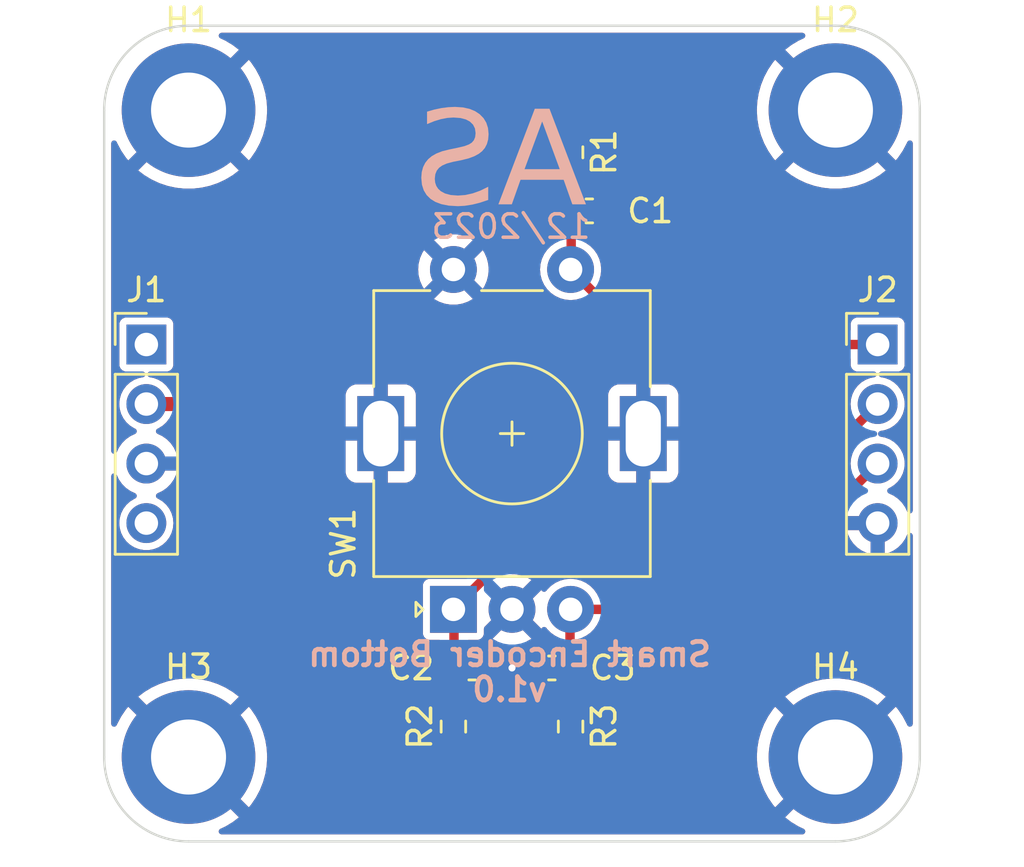
<source format=kicad_pcb>
(kicad_pcb (version 20221018) (generator pcbnew)
  (layers (0 "F.Cu" signal) (31 "B.Cu" signal) (34 "B.Paste" user) (35 "F.Paste" user) (36 "B.SilkS" user "B.Silkscreen") (37 "F.SilkS" user "F.Silkscreen") (38 "B.Mask" user) (39 "F.Mask" user) (44 "Edge.Cuts" user))
  (net 0 "")
  (net 1 "GND")
  (net 2 "ENCODER_BTN")
  (net 3 "ENCODER_A")
  (net 4 "ENCODER_B")
  (net 5 "+5V")
  (net 6 "+3V3")
  (net 7 "IO3")
  (footprint "MountingHole:MountingHole_3.2mm_M3_ISO7380_Pad" (layer "F.Cu") (at 161.7 100)
    (fp_text reference "H3" (at 0 -3.85) (layer "F.SilkS"))
    (fp_text value "MountingHole_Pad")
    (pad "1" thru_hole circle (at 0 0) (size 5.7 5.7) (drill 3.2) (layers "*.Cu" "*.Mask") (net 1 "GND"))
  )
  (footprint "Capacitor_SMD:C_0603_1608Metric" (layer "F.Cu") (at 177.2 96.2)
    (fp_text reference "C3" (at 2.6 0) (layer "F.SilkS"))
    (fp_text value "100nF/10V/X7R")
    (fp_line (start -0.14058 -0.51) (end 0.14058 -0.51) (stroke (width 0.12)) (layer "F.SilkS"))
    (fp_line (start -0.14058 0.51) (end 0.14058 0.51) (stroke (width 0.12)) (layer "F.SilkS"))
    (pad "1" smd roundrect (at -0.775 0) (size 0.9 0.95) (layers "F.Cu" "F.Paste" "F.Mask") (net 1 "GND"))
    (pad "2" smd roundrect (at 0.775 0) (size 0.9 0.95) (layers "F.Cu" "F.Paste" "F.Mask") (net 4 "ENCODER_B"))
  )
  (footprint "MountingHole:MountingHole_3.2mm_M3_ISO7380_Pad" (layer "F.Cu") (at 189.3 72.4)
    (fp_text reference "H2" (at 0 -3.85) (layer "F.SilkS"))
    (fp_text value "MountingHole_Pad")
    (pad "1" thru_hole circle (at 0 0) (size 5.7 5.7) (drill 3.2) (layers "*.Cu" "*.Mask") (net 1 "GND"))
  )
  (footprint "Connector_PinHeader_2.54mm:PinHeader_1x04_P2.54mm_Vertical" (layer "F.Cu") (at 159.9 82.4)
    (fp_text reference "J1" (at 0 -2.33) (layer "F.SilkS"))
    (fp_text value "Conn_01x04_Pin")
    (fp_line (start -1.33 -1.33) (end 0 -1.33) (stroke (width 0.12)) (layer "F.SilkS"))
    (fp_line (start -1.33 0) (end -1.33 -1.33) (stroke (width 0.12)) (layer "F.SilkS"))
    (fp_line (start -1.33 1.27) (end -1.33 8.95) (stroke (width 0.12)) (layer "F.SilkS"))
    (fp_line (start -1.33 1.27) (end 1.33 1.27) (stroke (width 0.12)) (layer "F.SilkS"))
    (fp_line (start -1.33 8.95) (end 1.33 8.95) (stroke (width 0.12)) (layer "F.SilkS"))
    (fp_line (start 1.33 1.27) (end 1.33 8.95) (stroke (width 0.12)) (layer "F.SilkS"))
    (pad "1" thru_hole rect (at 0 0) (size 1.7 1.7) (drill 1) (layers "*.Cu" "*.Mask") (net 5 "+5V"))
    (pad "2" thru_hole oval (at 0 2.54) (size 1.7 1.7) (drill 1) (layers "*.Cu" "*.Mask") (net 6 "+3V3"))
    (pad "3" thru_hole oval (at 0 5.08) (size 1.7 1.7) (drill 1) (layers "*.Cu" "*.Mask") (net 1 "GND"))
    (pad "4" thru_hole oval (at 0 7.62) (size 1.7 1.7) (drill 1) (layers "*.Cu" "*.Mask") (net 7 "IO3"))
  )
  (footprint "Capacitor_SMD:C_0603_1608Metric" (layer "F.Cu") (at 178.8 76.7 180)
    (fp_text reference "C1" (at -2.6 0) (layer "F.SilkS"))
    (fp_text value "100nF/10V/X7R")
    (fp_line (start -0.14058 -0.51) (end 0.14058 -0.51) (stroke (width 0.12)) (layer "F.SilkS"))
    (fp_line (start -0.14058 0.51) (end 0.14058 0.51) (stroke (width 0.12)) (layer "F.SilkS"))
    (pad "1" smd roundrect (at -0.775 0 180) (size 0.9 0.95) (layers "F.Cu" "F.Paste" "F.Mask") (net 1 "GND"))
    (pad "2" smd roundrect (at 0.775 0 180) (size 0.9 0.95) (layers "F.Cu" "F.Paste" "F.Mask") (net 2 "ENCODER_BTN"))
  )
  (footprint "Resistor_SMD:R_0603_1608Metric" (layer "F.Cu") (at 178 74.2 -90)
    (fp_text reference "R1" (at 0 -1.43 90) (layer "F.SilkS"))
    (fp_text value "10k")
    (fp_line (start -0.237258 -0.5225) (end 0.237258 -0.5225) (stroke (width 0.12)) (layer "F.SilkS"))
    (fp_line (start -0.237258 0.5225) (end 0.237258 0.5225) (stroke (width 0.12)) (layer "F.SilkS"))
    (pad "1" smd roundrect (at -0.825 0 270) (size 0.8 0.95) (layers "F.Cu" "F.Paste" "F.Mask") (net 6 "+3V3"))
    (pad "2" smd roundrect (at 0.825 0 270) (size 0.8 0.95) (layers "F.Cu" "F.Paste" "F.Mask") (net 2 "ENCODER_BTN"))
  )
  (footprint "Resistor_SMD:R_0603_1608Metric" (layer "F.Cu") (at 178 98.7 -90)
    (fp_text reference "R3" (at 0 -1.43 90) (layer "F.SilkS"))
    (fp_text value "10k")
    (fp_line (start -0.237258 -0.5225) (end 0.237258 -0.5225) (stroke (width 0.12)) (layer "F.SilkS"))
    (fp_line (start -0.237258 0.5225) (end 0.237258 0.5225) (stroke (width 0.12)) (layer "F.SilkS"))
    (pad "1" smd roundrect (at -0.825 0 270) (size 0.8 0.95) (layers "F.Cu" "F.Paste" "F.Mask") (net 4 "ENCODER_B"))
    (pad "2" smd roundrect (at 0.825 0 270) (size 0.8 0.95) (layers "F.Cu" "F.Paste" "F.Mask") (net 6 "+3V3"))
  )
  (footprint "Capacitor_SMD:C_0603_1608Metric" (layer "F.Cu") (at 173.8 96.2 180)
    (fp_text reference "C2" (at 2.6 0) (layer "F.SilkS"))
    (fp_text value "100nF/10V/X7R")
    (fp_line (start -0.14058 -0.51) (end 0.14058 -0.51) (stroke (width 0.12)) (layer "F.SilkS"))
    (fp_line (start -0.14058 0.51) (end 0.14058 0.51) (stroke (width 0.12)) (layer "F.SilkS"))
    (pad "1" smd roundrect (at -0.775 0 180) (size 0.9 0.95) (layers "F.Cu" "F.Paste" "F.Mask") (net 1 "GND"))
    (pad "2" smd roundrect (at 0.775 0 180) (size 0.9 0.95) (layers "F.Cu" "F.Paste" "F.Mask") (net 3 "ENCODER_A"))
  )
  (footprint "Rotary_Encoder:RotaryEncoder_Alps_EC11E-Switch_Vertical_H20mm" (layer "F.Cu") (at 173 93.7 90)
    (fp_text reference "SW1" (at 2.8 -4.7 90) (layer "F.SilkS"))
    (fp_text value "RotaryEncoder_Switch")
    (fp_line (start -0.3 -1.6) (end 0.3 -1.6) (stroke (width 0.12)) (layer "F.SilkS"))
    (fp_line (start 0 -1.3) (end -0.3 -1.6) (stroke (width 0.12)) (layer "F.SilkS"))
    (fp_line (start 0.3 -1.6) (end 0 -1.3) (stroke (width 0.12)) (layer "F.SilkS"))
    (fp_line (start 1.4 -3.4) (end 1.4 8.4) (stroke (width 0.12)) (layer "F.SilkS"))
    (fp_line (start 5.5 -3.4) (end 1.4 -3.4) (stroke (width 0.12)) (layer "F.SilkS"))
    (fp_line (start 5.5 8.4) (end 1.4 8.4) (stroke (width 0.12)) (layer "F.SilkS"))
    (fp_line (start 7 2.5) (end 8 2.5) (stroke (width 0.12)) (layer "F.SilkS"))
    (fp_line (start 7.5 2) (end 7.5 3) (stroke (width 0.12)) (layer "F.SilkS"))
    (fp_line (start 9.5 -3.4) (end 13.6 -3.4) (stroke (width 0.12)) (layer "F.SilkS"))
    (fp_line (start 13.6 -3.4) (end 13.6 -1) (stroke (width 0.12)) (layer "F.SilkS"))
    (fp_line (start 13.6 1.2) (end 13.6 3.8) (stroke (width 0.12)) (layer "F.SilkS"))
    (fp_line (start 13.6 6) (end 13.6 8.4) (stroke (width 0.12)) (layer "F.SilkS"))
    (fp_line (start 13.6 8.4) (end 9.5 8.4) (stroke (width 0.12)) (layer "F.SilkS"))
    (fp_circle (center 7.5 2.5) (end 10.5 2.5) (stroke (width 0.12)) (fill none) (layer "F.SilkS"))
    (pad "A" thru_hole rect (at 0 0 90) (size 2 2) (drill 1) (layers "*.Cu" "*.Mask") (net 3 "ENCODER_A"))
    (pad "B" thru_hole circle (at 0 5 90) (size 2 2) (drill 1) (layers "*.Cu" "*.Mask") (net 4 "ENCODER_B"))
    (pad "C" thru_hole circle (at 0 2.5 90) (size 2 2) (drill 1) (layers "*.Cu" "*.Mask") (net 1 "GND"))
    (pad "MP" thru_hole rect (at 7.5 -3.1 90) (size 3.2 2) (drill oval 2.8 1.5) (layers "*.Cu" "*.Mask") (net 1 "GND"))
    (pad "MP" thru_hole rect (at 7.5 8.1 90) (size 3.2 2) (drill oval 2.8 1.5) (layers "*.Cu" "*.Mask") (net 1 "GND"))
    (pad "S1" thru_hole circle (at 14.5 5 90) (size 2 2) (drill 1) (layers "*.Cu" "*.Mask") (net 2 "ENCODER_BTN"))
    (pad "S2" thru_hole circle (at 14.5 0 90) (size 2 2) (drill 1) (layers "*.Cu" "*.Mask") (net 1 "GND"))
  )
  (footprint "Connector_PinHeader_2.54mm:PinHeader_1x04_P2.54mm_Vertical" (layer "F.Cu") (at 191.1 82.4)
    (fp_text reference "J2" (at 0 -2.33) (layer "F.SilkS"))
    (fp_text value "Conn_01x04_Pin")
    (fp_line (start -1.33 -1.33) (end 0 -1.33) (stroke (width 0.12)) (layer "F.SilkS"))
    (fp_line (start -1.33 0) (end -1.33 -1.33) (stroke (width 0.12)) (layer "F.SilkS"))
    (fp_line (start -1.33 1.27) (end -1.33 8.95) (stroke (width 0.12)) (layer "F.SilkS"))
    (fp_line (start -1.33 1.27) (end 1.33 1.27) (stroke (width 0.12)) (layer "F.SilkS"))
    (fp_line (start -1.33 8.95) (end 1.33 8.95) (stroke (width 0.12)) (layer "F.SilkS"))
    (fp_line (start 1.33 1.27) (end 1.33 8.95) (stroke (width 0.12)) (layer "F.SilkS"))
    (pad "1" thru_hole rect (at 0 0) (size 1.7 1.7) (drill 1) (layers "*.Cu" "*.Mask") (net 2 "ENCODER_BTN"))
    (pad "2" thru_hole oval (at 0 2.54) (size 1.7 1.7) (drill 1) (layers "*.Cu" "*.Mask") (net 3 "ENCODER_A"))
    (pad "3" thru_hole oval (at 0 5.08) (size 1.7 1.7) (drill 1) (layers "*.Cu" "*.Mask") (net 4 "ENCODER_B"))
    (pad "4" thru_hole oval (at 0 7.62) (size 1.7 1.7) (drill 1) (layers "*.Cu" "*.Mask") (net 1 "GND"))
  )
  (footprint "MountingHole:MountingHole_3.2mm_M3_ISO7380_Pad" (layer "F.Cu") (at 189.3 100)
    (fp_text reference "H4" (at 0 -3.85) (layer "F.SilkS"))
    (fp_text value "MountingHole_Pad")
    (pad "1" thru_hole circle (at 0 0) (size 5.7 5.7) (drill 3.2) (layers "*.Cu" "*.Mask") (net 1 "GND"))
  )
  (footprint "MountingHole:MountingHole_3.2mm_M3_ISO7380_Pad" (layer "F.Cu") (at 161.7 72.4)
    (fp_text reference "H1" (at 0 -3.85) (layer "F.SilkS"))
    (fp_text value "MountingHole_Pad")
    (pad "1" thru_hole circle (at 0 0) (size 5.7 5.7) (drill 3.2) (layers "*.Cu" "*.Mask") (net 1 "GND"))
  )
  (footprint "Resistor_SMD:R_0603_1608Metric" (layer "F.Cu") (at 173 98.7 90)
    (fp_text reference "R2" (at 0 -1.43 90) (layer "F.SilkS"))
    (fp_text value "10k")
    (fp_line (start -0.237258 -0.5225) (end 0.237258 -0.5225) (stroke (width 0.12)) (layer "F.SilkS"))
    (fp_line (start -0.237258 0.5225) (end 0.237258 0.5225) (stroke (width 0.12)) (layer "F.SilkS"))
    (pad "1" smd roundrect (at -0.825 0 90) (size 0.8 0.95) (layers "F.Cu" "F.Paste" "F.Mask") (net 6 "+3V3"))
    (pad "2" smd roundrect (at 0.825 0 90) (size 0.8 0.95) (layers "F.Cu" "F.Paste" "F.Mask") (net 3 "ENCODER_A"))
  )
  (gr_line (start 192.9 72.4) (end 192.9 100) (stroke (width 0.1)) (layer "Edge.Cuts"))
  (gr_line (start 158.1 100) (end 158.1 72.4) (stroke (width 0.1)) (layer "Edge.Cuts"))
  (gr_arc (start 189.3 68.8) (mid 191.845584 69.854416) (end 192.9 72.4) (stroke (width 0.1)) (layer "Edge.Cuts"))
  (gr_arc (start 192.9 100) (mid 191.845584 102.545584) (end 189.3 103.6) (stroke (width 0.1)) (layer "Edge.Cuts"))
  (gr_line (start 161.7 68.8) (end 189.3 68.8) (stroke (width 0.1)) (layer "Edge.Cuts"))
  (gr_arc (start 161.7 103.6) (mid 159.154416 102.545584) (end 158.1 100) (stroke (width 0.1)) (layer "Edge.Cuts"))
  (gr_line (start 189.3 103.6) (end 161.7 103.6) (stroke (width 0.1)) (layer "Edge.Cuts"))
  (gr_arc (start 158.1 72.4) (mid 159.154416 69.854416) (end 161.7 68.8) (stroke (width 0.1)) (layer "Edge.Cuts"))
  (gr_text "Smart Encoder Bottom\n" (at 184.1 96.2) (layer "B.SilkS") (effects (font (size 1 1) (thickness 0.2) bold) (justify left bottom mirror)))
  (gr_text "v1.0" (at 177.1 97.7) (layer "B.SilkS") (effects (font (size 1 1) (thickness 0.2) bold) (justify left bottom mirror)))
  (gr_text "12/2023" (at 178.935 77.9525) (layer "B.SilkS") (effects (font (size 1 1)) (justify left bottom mirror)))
  (gr_text "AS" (at 178.7 77.1) (layer "B.SilkS") (effects (font (size 4 4) (thickness 0.45)) (justify left bottom mirror)))
  (via (at 175.5 96.2) (size 0.5) (drill 0.3) (layers "F.Cu" "B.Cu") (net 1))
  (segment (start 181.2 82.4) (end 191.1 82.4) (width 0.4) (layer "F.Cu") (net 2))
  (segment (start 178.025 76.7) (end 178.025 79.175) (width 0.4) (layer "F.Cu") (net 2))
  (segment (start 178.025 76.7) (end 178.025 75.05) (width 0.4) (layer "F.Cu") (net 2))
  (segment (start 178.025 79.175) (end 178 79.2) (width 0.4) (layer "F.Cu") (net 2))
  (segment (start 178 79.2) (end 181.2 82.4) (width 0.4) (layer "F.Cu") (net 2))
  (segment (start 178.025 75.05) (end 178 75.025) (width 0.4) (layer "F.Cu") (net 2))
  (segment (start 184.74 91.3) (end 191.1 84.94) (width 0.4) (layer "F.Cu") (net 3))
  (segment (start 173.025 96.2) (end 173.025 93.725) (width 0.4) (layer "F.Cu") (net 3))
  (segment (start 173.025 96.2) (end 173.025 97.85) (width 0.4) (layer "F.Cu") (net 3))
  (segment (start 175.4 91.3) (end 184.74 91.3) (width 0.4) (layer "F.Cu") (net 3))
  (segment (start 173.025 97.85) (end 173 97.875) (width 0.4) (layer "F.Cu") (net 3))
  (segment (start 173.025 93.725) (end 173 93.7) (width 0.4) (layer "F.Cu") (net 3))
  (segment (start 173 93.7) (end 175.4 91.3) (width 0.4) (layer "F.Cu") (net 3))
  (segment (start 177.975 93.725) (end 178 93.7) (width 0.4) (layer "F.Cu") (net 4))
  (segment (start 177.975 97.85) (end 178 97.875) (width 0.4) (layer "F.Cu") (net 4))
  (segment (start 184.88 93.7) (end 191.1 87.48) (width 0.4) (layer "F.Cu") (net 4))
  (segment (start 177.975 96.2) (end 177.975 93.725) (width 0.4) (layer "F.Cu") (net 4))
  (segment (start 177.975 96.2) (end 177.975 97.85) (width 0.4) (layer "F.Cu") (net 4))
  (segment (start 178 93.7) (end 184.88 93.7) (width 0.4) (layer "F.Cu") (net 4))
  (segment (start 172.225 99.525) (end 162.66 89.96) (width 0.6) (layer "F.Cu") (net 6))
  (segment (start 173 99.525) (end 172.225 99.525) (width 0.6) (layer "F.Cu") (net 6))
  (segment (start 162.66 84.94) (end 174.225 73.375) (width 0.6) (layer "F.Cu") (net 6))
  (segment (start 178 99.525) (end 173 99.525) (width 0.6) (layer "F.Cu") (net 6))
  (segment (start 159.9 84.94) (end 162.66 84.94) (width 0.6) (layer "F.Cu") (net 6))
  (segment (start 174.225 73.375) (end 178 73.375) (width 0.6) (layer "F.Cu") (net 6))
  (segment (start 162.66 89.96) (end 162.66 84.94) (width 0.6) (layer "F.Cu") (net 6))
  (zone (net 1) (net_name "GND") (layers "F&B.Cu") (connect_pads (clearance 0.3)) (min_thickness 0.25) (fill yes (thermal_gap 0.5) (thermal_bridge_width 0.6))
    (polygon (pts (xy 158.1 68.8) (xy 192.9 68.8) (xy 192.9 103.6) (xy 158.1 103.6)))
  )
)
</source>
